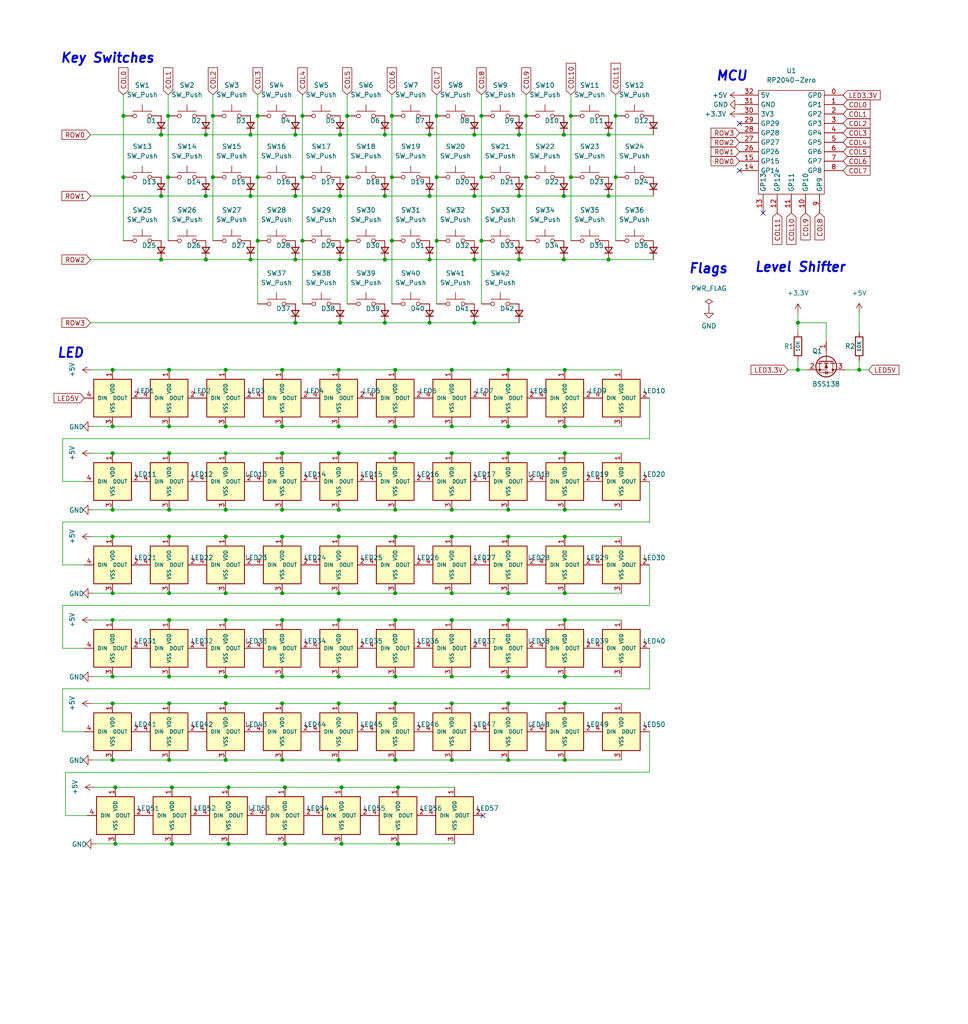
<source format=kicad_sch>
(kicad_sch (version 20230121) (generator eeschema)
  (paper "User" 260.985 275.996)
  (junction (at 106.553 204.851))
  (junction (at 43.434 52.832))
  (junction (at 67.564 52.832))
  (junction (at 121.793 159.893))
  (junction (at 91.313 144.653))
  (junction (at 115.824 86.995))
  (junction (at 91.313 204.851))
  (junction (at 115.824 69.977))
  (junction (at 69.469 64.897))
  (junction (at 107.315 212.217))
  (junction (at 121.793 167.132))
  (junction (at 137.033 137.414))
  (junction (at 91.694 86.995))
  (junction (at 103.759 52.832))
  (junction (at 137.033 122.174))
  (junction (at 76.073 144.653))
  (junction (at 60.833 122.174))
  (junction (at 60.833 204.851))
  (junction (at 137.033 167.132))
  (junction (at 91.313 167.132))
  (junction (at 152.273 189.611))
  (junction (at 141.859 47.752))
  (junction (at 76.073 159.893))
  (junction (at 127.889 36.322))
  (junction (at 106.553 189.611))
  (junction (at 79.629 36.322))
  (junction (at 30.353 144.653))
  (junction (at 30.353 122.174))
  (junction (at 121.793 182.372))
  (junction (at 91.313 114.935))
  (junction (at 45.593 114.935))
  (junction (at 33.274 31.242))
  (junction (at 91.313 182.372))
  (junction (at 164.084 52.832))
  (junction (at 45.593 167.132))
  (junction (at 60.833 182.372))
  (junction (at 93.599 47.752))
  (junction (at 45.593 99.695))
  (junction (at 152.019 52.832))
  (junction (at 129.794 64.897))
  (junction (at 60.833 167.132))
  (junction (at 76.073 137.414))
  (junction (at 43.434 36.322))
  (junction (at 152.273 99.695))
  (junction (at 121.793 137.414))
  (junction (at 30.353 204.851))
  (junction (at 152.273 114.935))
  (junction (at 45.593 122.174))
  (junction (at 121.793 114.935))
  (junction (at 57.404 31.242))
  (junction (at 153.924 47.752))
  (junction (at 76.073 189.611))
  (junction (at 81.534 64.897))
  (junction (at 127.889 69.977))
  (junction (at 91.694 52.832))
  (junction (at 152.019 69.977))
  (junction (at 61.595 212.217))
  (junction (at 121.793 144.653))
  (junction (at 152.273 122.174))
  (junction (at 106.553 167.132))
  (junction (at 215.138 86.995))
  (junction (at 139.954 52.832))
  (junction (at 91.313 189.611))
  (junction (at 92.075 227.457))
  (junction (at 46.355 212.217))
  (junction (at 215.138 99.695))
  (junction (at 79.629 69.977))
  (junction (at 91.694 69.977))
  (junction (at 55.499 69.977))
  (junction (at 152.273 182.372))
  (junction (at 69.469 31.242))
  (junction (at 137.033 182.372))
  (junction (at 76.073 114.935))
  (junction (at 91.313 122.174))
  (junction (at 60.833 99.695))
  (junction (at 152.273 204.851))
  (junction (at 76.073 99.695))
  (junction (at 127.889 52.832))
  (junction (at 115.824 52.832))
  (junction (at 137.033 114.935))
  (junction (at 137.033 99.695))
  (junction (at 106.553 144.653))
  (junction (at 106.553 122.174))
  (junction (at 76.073 182.372))
  (junction (at 30.353 167.132))
  (junction (at 164.084 36.322))
  (junction (at 103.759 36.322))
  (junction (at 117.729 31.242))
  (junction (at 106.553 159.893))
  (junction (at 79.629 86.995))
  (junction (at 105.664 31.242))
  (junction (at 93.599 31.242))
  (junction (at 60.833 159.893))
  (junction (at 92.075 212.217))
  (junction (at 30.353 159.893))
  (junction (at 165.989 31.242))
  (junction (at 105.664 64.897))
  (junction (at 31.115 212.217))
  (junction (at 152.019 36.322))
  (junction (at 76.073 122.174))
  (junction (at 45.593 144.653))
  (junction (at 45.339 31.242))
  (junction (at 93.599 64.897))
  (junction (at 60.833 144.653))
  (junction (at 105.664 47.752))
  (junction (at 91.313 159.893))
  (junction (at 45.593 189.611))
  (junction (at 45.593 204.851))
  (junction (at 46.355 227.457))
  (junction (at 153.924 31.242))
  (junction (at 103.759 86.995))
  (junction (at 60.833 137.414))
  (junction (at 121.793 204.851))
  (junction (at 33.274 47.752))
  (junction (at 164.084 69.977))
  (junction (at 45.593 159.893))
  (junction (at 30.353 137.414))
  (junction (at 137.033 189.611))
  (junction (at 106.553 137.414))
  (junction (at 30.353 182.372))
  (junction (at 57.404 47.752))
  (junction (at 137.033 159.893))
  (junction (at 43.434 69.977))
  (junction (at 55.499 52.832))
  (junction (at 31.115 227.457))
  (junction (at 141.859 31.242))
  (junction (at 115.824 36.322))
  (junction (at 106.553 99.695))
  (junction (at 152.273 137.414))
  (junction (at 60.833 189.611))
  (junction (at 91.313 99.695))
  (junction (at 137.033 204.851))
  (junction (at 76.073 204.851))
  (junction (at 103.759 69.977))
  (junction (at 30.353 99.695))
  (junction (at 152.273 144.653))
  (junction (at 152.273 167.132))
  (junction (at 139.954 36.322))
  (junction (at 91.694 36.322))
  (junction (at 67.564 69.977))
  (junction (at 152.273 159.893))
  (junction (at 106.553 114.935))
  (junction (at 55.499 36.322))
  (junction (at 139.954 69.977))
  (junction (at 137.033 144.653))
  (junction (at 79.629 52.832))
  (junction (at 121.793 189.611))
  (junction (at 91.313 137.414))
  (junction (at 69.469 47.752))
  (junction (at 45.593 137.414))
  (junction (at 76.835 227.457))
  (junction (at 61.595 227.457))
  (junction (at 127.889 86.995))
  (junction (at 45.339 47.752))
  (junction (at 106.553 182.372))
  (junction (at 60.833 114.935))
  (junction (at 30.353 189.611))
  (junction (at 76.073 167.132))
  (junction (at 121.793 122.174))
  (junction (at 121.793 99.695))
  (junction (at 165.989 47.752))
  (junction (at 107.315 227.457))
  (junction (at 81.534 31.242))
  (junction (at 76.835 212.217))
  (junction (at 45.593 182.372))
  (junction (at 117.729 64.897))
  (junction (at 81.534 47.752))
  (junction (at 30.353 114.935))
  (junction (at 129.794 31.242))
  (junction (at 67.564 36.322))
  (junction (at 117.729 47.752))
  (junction (at 129.794 47.752))
  (junction (at 231.648 99.695))
  (no_connect (at 199.39 45.974))
  (no_connect (at 130.175 219.837))
  (no_connect (at 199.39 33.274))
  (no_connect (at 205.74 57.404))
  (wire (pts (xy 60.833 189.611) (xy 76.073 189.611)))
  (wire (pts (xy 69.469 64.897) (xy 69.469 81.915)))
  (wire (pts (xy 129.794 47.752) (xy 129.794 64.897)))
  (wire (pts (xy 152.273 99.695) (xy 167.513 99.695)))
  (wire (pts (xy 141.859 31.242) (xy 141.859 47.752)))
  (wire (pts (xy 43.434 36.322) (xy 55.499 36.322)))
  (wire (pts (xy 30.353 122.174) (xy 45.593 122.174)))
  (wire (pts (xy 121.793 189.611) (xy 137.033 189.611)))
  (wire (pts (xy 30.353 159.893) (xy 45.593 159.893)))
  (wire (pts (xy 61.595 227.457) (xy 76.835 227.457)))
  (wire (pts (xy 152.273 167.132) (xy 167.513 167.132)))
  (wire (pts (xy 91.694 86.995) (xy 79.629 86.995)))
  (wire (pts (xy 215.138 97.155) (xy 215.138 99.695)))
  (wire (pts (xy 91.313 144.653) (xy 106.553 144.653)))
  (wire (pts (xy 105.664 47.752) (xy 105.664 64.897)))
  (wire (pts (xy 55.499 52.832) (xy 67.564 52.832)))
  (wire (pts (xy 152.273 159.893) (xy 167.513 159.893)))
  (wire (pts (xy 152.273 137.414) (xy 167.513 137.414)))
  (wire (pts (xy 106.553 159.893) (xy 121.793 159.893)))
  (wire (pts (xy 129.794 64.897) (xy 129.794 81.915)))
  (wire (pts (xy 93.599 25.527) (xy 93.599 31.242)))
  (wire (pts (xy 76.835 227.457) (xy 92.075 227.457)))
  (wire (pts (xy 103.759 86.995) (xy 115.824 86.995)))
  (wire (pts (xy 57.404 25.527) (xy 57.404 31.242)))
  (wire (pts (xy 175.133 152.273) (xy 175.133 163.195)))
  (wire (pts (xy 139.954 52.832) (xy 152.019 52.832)))
  (wire (pts (xy 16.891 152.273) (xy 22.733 152.273)))
  (wire (pts (xy 30.353 137.414) (xy 45.593 137.414)))
  (wire (pts (xy 25.019 159.893) (xy 30.353 159.893)))
  (wire (pts (xy 45.593 122.174) (xy 60.833 122.174)))
  (wire (pts (xy 91.313 122.174) (xy 106.553 122.174)))
  (wire (pts (xy 25.527 212.217) (xy 31.115 212.217)))
  (wire (pts (xy 106.553 137.414) (xy 121.793 137.414)))
  (wire (pts (xy 24.384 52.832) (xy 43.434 52.832)))
  (wire (pts (xy 165.989 47.752) (xy 165.989 64.897)))
  (wire (pts (xy 231.648 99.695) (xy 234.188 99.695)))
  (wire (pts (xy 67.564 36.322) (xy 79.629 36.322)))
  (wire (pts (xy 121.793 182.372) (xy 137.033 182.372)))
  (wire (pts (xy 106.553 122.174) (xy 121.793 122.174)))
  (wire (pts (xy 55.499 36.322) (xy 67.564 36.322)))
  (wire (pts (xy 76.835 212.217) (xy 92.075 212.217)))
  (wire (pts (xy 16.891 174.752) (xy 22.733 174.752)))
  (wire (pts (xy 127.889 86.995) (xy 139.954 86.995)))
  (wire (pts (xy 106.553 204.851) (xy 121.793 204.851)))
  (wire (pts (xy 106.553 144.653) (xy 121.793 144.653)))
  (wire (pts (xy 91.694 86.995) (xy 103.759 86.995)))
  (wire (pts (xy 117.729 47.752) (xy 117.729 64.897)))
  (wire (pts (xy 33.274 47.752) (xy 33.274 64.897)))
  (wire (pts (xy 115.824 36.322) (xy 127.889 36.322)))
  (wire (pts (xy 121.793 144.653) (xy 137.033 144.653)))
  (wire (pts (xy 115.824 86.995) (xy 127.889 86.995)))
  (wire (pts (xy 45.593 204.851) (xy 60.833 204.851)))
  (wire (pts (xy 24.765 189.611) (xy 30.353 189.611)))
  (wire (pts (xy 25.019 182.372) (xy 30.353 182.372)))
  (wire (pts (xy 45.593 144.653) (xy 60.833 144.653)))
  (wire (pts (xy 175.133 140.716) (xy 16.891 140.716)))
  (wire (pts (xy 30.353 144.653) (xy 45.593 144.653)))
  (wire (pts (xy 175.133 174.752) (xy 175.133 185.674)))
  (wire (pts (xy 79.629 52.832) (xy 91.694 52.832)))
  (wire (pts (xy 30.353 182.372) (xy 45.593 182.372)))
  (wire (pts (xy 76.073 167.132) (xy 91.313 167.132)))
  (wire (pts (xy 92.075 212.217) (xy 107.315 212.217)))
  (wire (pts (xy 103.759 36.322) (xy 115.824 36.322)))
  (wire (pts (xy 69.469 47.752) (xy 69.469 64.897)))
  (wire (pts (xy 215.138 99.695) (xy 217.678 99.695)))
  (wire (pts (xy 81.534 31.242) (xy 81.534 47.752)))
  (wire (pts (xy 175.133 208.153) (xy 17.653 208.28)))
  (wire (pts (xy 46.355 227.457) (xy 61.595 227.457)))
  (wire (pts (xy 16.891 197.231) (xy 22.733 197.231)))
  (wire (pts (xy 175.133 118.237) (xy 16.891 118.237)))
  (wire (pts (xy 16.891 118.237) (xy 16.891 129.794)))
  (wire (pts (xy 76.073 182.372) (xy 91.313 182.372)))
  (wire (pts (xy 45.593 137.414) (xy 60.833 137.414)))
  (wire (pts (xy 127.889 52.832) (xy 139.954 52.832)))
  (wire (pts (xy 91.694 69.977) (xy 103.759 69.977)))
  (wire (pts (xy 16.891 174.752) (xy 16.891 163.195)))
  (wire (pts (xy 93.599 64.897) (xy 93.599 81.915)))
  (wire (pts (xy 17.653 219.837) (xy 23.495 219.837)))
  (wire (pts (xy 45.593 189.611) (xy 60.833 189.611)))
  (wire (pts (xy 76.073 99.695) (xy 91.313 99.695)))
  (wire (pts (xy 91.694 52.832) (xy 103.759 52.832)))
  (wire (pts (xy 115.824 52.832) (xy 127.889 52.832)))
  (wire (pts (xy 16.891 152.273) (xy 16.891 140.716)))
  (wire (pts (xy 91.313 189.611) (xy 106.553 189.611)))
  (wire (pts (xy 30.353 167.132) (xy 45.593 167.132)))
  (wire (pts (xy 231.648 97.155) (xy 231.648 99.695)))
  (wire (pts (xy 31.115 212.217) (xy 46.355 212.217)))
  (wire (pts (xy 121.793 159.893) (xy 137.033 159.893)))
  (wire (pts (xy 127.889 69.977) (xy 139.954 69.977)))
  (wire (pts (xy 67.564 69.977) (xy 79.629 69.977)))
  (wire (pts (xy 175.133 163.195) (xy 16.891 163.195)))
  (wire (pts (xy 139.954 36.322) (xy 152.019 36.322)))
  (wire (pts (xy 60.833 137.414) (xy 76.073 137.414)))
  (wire (pts (xy 141.859 25.527) (xy 141.859 31.242)))
  (wire (pts (xy 76.073 114.935) (xy 91.313 114.935)))
  (wire (pts (xy 76.073 204.851) (xy 91.313 204.851)))
  (wire (pts (xy 152.019 69.977) (xy 164.084 69.977)))
  (wire (pts (xy 153.924 25.527) (xy 153.924 31.242)))
  (wire (pts (xy 76.073 144.653) (xy 91.313 144.653)))
  (wire (pts (xy 60.833 99.695) (xy 76.073 99.695)))
  (wire (pts (xy 60.833 114.935) (xy 76.073 114.935)))
  (wire (pts (xy 60.833 122.174) (xy 76.073 122.174)))
  (wire (pts (xy 175.133 107.315) (xy 175.133 118.237)))
  (wire (pts (xy 92.075 227.457) (xy 107.315 227.457)))
  (wire (pts (xy 31.115 227.457) (xy 46.355 227.457)))
  (wire (pts (xy 121.793 167.132) (xy 137.033 167.132)))
  (wire (pts (xy 33.274 25.527) (xy 33.274 31.242)))
  (wire (pts (xy 137.033 99.695) (xy 152.273 99.695)))
  (wire (pts (xy 43.434 69.977) (xy 55.499 69.977)))
  (wire (pts (xy 91.694 36.322) (xy 103.759 36.322)))
  (wire (pts (xy 45.593 159.893) (xy 60.833 159.893)))
  (wire (pts (xy 175.133 185.674) (xy 16.891 185.674)))
  (wire (pts (xy 43.434 52.832) (xy 55.499 52.832)))
  (wire (pts (xy 60.833 204.851) (xy 76.073 204.851)))
  (wire (pts (xy 93.599 47.752) (xy 93.599 64.897)))
  (wire (pts (xy 33.274 31.242) (xy 33.274 47.752)))
  (wire (pts (xy 61.595 212.217) (xy 76.835 212.217)))
  (wire (pts (xy 107.315 212.217) (xy 122.555 212.217)))
  (wire (pts (xy 141.859 47.752) (xy 141.859 64.897)))
  (wire (pts (xy 91.313 137.414) (xy 106.553 137.414)))
  (wire (pts (xy 121.793 122.174) (xy 137.033 122.174)))
  (wire (pts (xy 175.133 129.794) (xy 175.133 140.716)))
  (wire (pts (xy 152.273 189.611) (xy 167.513 189.611)))
  (wire (pts (xy 121.793 114.935) (xy 137.033 114.935)))
  (wire (pts (xy 129.794 31.242) (xy 129.794 47.752)))
  (wire (pts (xy 137.033 114.935) (xy 152.273 114.935)))
  (wire (pts (xy 152.273 114.935) (xy 167.513 114.935)))
  (wire (pts (xy 127.889 36.322) (xy 139.954 36.322)))
  (wire (pts (xy 137.033 137.414) (xy 152.273 137.414)))
  (wire (pts (xy 60.833 144.653) (xy 76.073 144.653)))
  (wire (pts (xy 139.954 69.977) (xy 152.019 69.977)))
  (wire (pts (xy 67.564 52.832) (xy 79.629 52.832)))
  (wire (pts (xy 137.033 189.611) (xy 152.273 189.611)))
  (wire (pts (xy 30.353 189.611) (xy 45.593 189.611)))
  (wire (pts (xy 45.593 182.372) (xy 60.833 182.372)))
  (wire (pts (xy 105.664 64.897) (xy 105.664 81.915)))
  (wire (pts (xy 16.891 197.231) (xy 16.891 185.674)))
  (wire (pts (xy 175.133 197.231) (xy 175.133 208.153)))
  (wire (pts (xy 137.033 204.851) (xy 152.273 204.851)))
  (wire (pts (xy 60.833 167.132) (xy 76.073 167.132)))
  (wire (pts (xy 106.553 99.695) (xy 121.793 99.695)))
  (wire (pts (xy 45.593 114.935) (xy 60.833 114.935)))
  (wire (pts (xy 69.469 25.527) (xy 69.469 31.242)))
  (wire (pts (xy 79.629 69.977) (xy 91.694 69.977)))
  (wire (pts (xy 215.138 84.455) (xy 215.138 86.995)))
  (wire (pts (xy 222.758 86.995) (xy 222.758 92.075)))
  (wire (pts (xy 152.273 204.851) (xy 167.513 204.851)))
  (wire (pts (xy 91.313 204.851) (xy 106.553 204.851)))
  (wire (pts (xy 24.384 69.977) (xy 43.434 69.977)))
  (wire (pts (xy 24.384 36.322) (xy 43.434 36.322)))
  (wire (pts (xy 76.073 159.893) (xy 91.313 159.893)))
  (wire (pts (xy 106.553 182.372) (xy 121.793 182.372)))
  (wire (pts (xy 153.924 47.752) (xy 153.924 64.897)))
  (wire (pts (xy 45.339 25.527) (xy 45.339 31.242)))
  (wire (pts (xy 45.339 31.242) (xy 45.339 47.752)))
  (wire (pts (xy 17.653 219.837) (xy 17.653 208.28)))
  (wire (pts (xy 91.313 99.695) (xy 106.553 99.695)))
  (wire (pts (xy 212.471 99.695) (xy 215.138 99.695)))
  (wire (pts (xy 25.781 227.457) (xy 31.115 227.457)))
  (wire (pts (xy 69.469 31.242) (xy 69.469 47.752)))
  (wire (pts (xy 137.033 167.132) (xy 152.273 167.132)))
  (wire (pts (xy 45.339 47.752) (xy 45.339 64.897)))
  (wire (pts (xy 215.138 89.535) (xy 215.138 86.995)))
  (wire (pts (xy 117.729 31.242) (xy 117.729 47.752)))
  (wire (pts (xy 45.593 167.132) (xy 60.833 167.132)))
  (wire (pts (xy 79.629 86.995) (xy 24.384 86.995)))
  (wire (pts (xy 152.019 36.322) (xy 164.084 36.322)))
  (wire (pts (xy 25.019 114.935) (xy 30.353 114.935)))
  (wire (pts (xy 46.355 212.217) (xy 61.595 212.217)))
  (wire (pts (xy 81.534 25.527) (xy 81.534 31.242)))
  (wire (pts (xy 103.759 52.832) (xy 115.824 52.832)))
  (wire (pts (xy 164.084 69.977) (xy 176.149 69.977)))
  (wire (pts (xy 152.273 144.653) (xy 167.513 144.653)))
  (wire (pts (xy 106.553 167.132) (xy 121.793 167.132)))
  (wire (pts (xy 129.794 25.527) (xy 129.794 31.242)))
  (wire (pts (xy 76.073 122.174) (xy 91.313 122.174)))
  (wire (pts (xy 107.315 227.457) (xy 122.555 227.457)))
  (wire (pts (xy 121.793 137.414) (xy 137.033 137.414)))
  (wire (pts (xy 165.989 25.527) (xy 165.989 31.242)))
  (wire (pts (xy 24.765 167.132) (xy 30.353 167.132)))
  (wire (pts (xy 60.833 159.893) (xy 76.073 159.893)))
  (wire (pts (xy 81.534 47.752) (xy 81.534 64.897)))
  (wire (pts (xy 57.404 47.752) (xy 57.404 64.897)))
  (wire (pts (xy 164.084 36.322) (xy 176.149 36.322)))
  (wire (pts (xy 91.313 167.132) (xy 106.553 167.132)))
  (wire (pts (xy 24.765 122.174) (xy 30.353 122.174)))
  (wire (pts (xy 152.273 182.372) (xy 167.513 182.372)))
  (wire (pts (xy 152.273 122.174) (xy 167.513 122.174)))
  (wire (pts (xy 121.793 204.851) (xy 137.033 204.851)))
  (wire (pts (xy 231.648 84.328) (xy 231.648 89.535)))
  (wire (pts (xy 25.019 137.414) (xy 30.353 137.414)))
  (wire (pts (xy 76.073 137.414) (xy 91.313 137.414)))
  (wire (pts (xy 93.599 31.242) (xy 93.599 47.752)))
  (wire (pts (xy 79.629 36.322) (xy 91.694 36.322)))
  (wire (pts (xy 121.793 99.695) (xy 137.033 99.695)))
  (wire (pts (xy 55.499 69.977) (xy 67.564 69.977)))
  (wire (pts (xy 24.765 99.695) (xy 30.353 99.695)))
  (wire (pts (xy 165.989 31.242) (xy 165.989 47.752)))
  (wire (pts (xy 30.353 204.851) (xy 45.593 204.851)))
  (wire (pts (xy 106.553 114.935) (xy 121.793 114.935)))
  (wire (pts (xy 91.313 114.935) (xy 106.553 114.935)))
  (wire (pts (xy 164.084 52.832) (xy 176.149 52.832)))
  (wire (pts (xy 106.553 189.611) (xy 121.793 189.611)))
  (wire (pts (xy 227.838 99.695) (xy 231.648 99.695)))
  (wire (pts (xy 57.404 31.242) (xy 57.404 47.752)))
  (wire (pts (xy 117.729 25.527) (xy 117.729 31.242)))
  (wire (pts (xy 24.765 144.653) (xy 30.353 144.653)))
  (wire (pts (xy 137.033 144.653) (xy 152.273 144.653)))
  (wire (pts (xy 117.729 64.897) (xy 117.729 81.915)))
  (wire (pts (xy 60.833 182.372) (xy 76.073 182.372)))
  (wire (pts (xy 137.033 122.174) (xy 152.273 122.174)))
  (wire (pts (xy 115.824 69.977) (xy 127.889 69.977)))
  (wire (pts (xy 30.353 99.695) (xy 45.593 99.695)))
  (wire (pts (xy 105.664 31.242) (xy 105.664 47.752)))
  (wire (pts (xy 30.353 114.935) (xy 45.593 114.935)))
  (wire (pts (xy 137.033 182.372) (xy 152.273 182.372)))
  (wire (pts (xy 91.313 159.893) (xy 106.553 159.893)))
  (wire (pts (xy 76.073 189.611) (xy 91.313 189.611)))
  (wire (pts (xy 215.138 86.995) (xy 222.758 86.995)))
  (wire (pts (xy 105.664 25.527) (xy 105.664 31.242)))
  (wire (pts (xy 137.033 159.893) (xy 152.273 159.893)))
  (wire (pts (xy 45.593 99.695) (xy 60.833 99.695)))
  (wire (pts (xy 153.924 31.242) (xy 153.924 47.752)))
  (wire (pts (xy 16.891 129.794) (xy 22.733 129.794)))
  (wire (pts (xy 91.313 182.372) (xy 106.553 182.372)))
  (wire (pts (xy 152.019 52.832) (xy 164.084 52.832)))
  (wire (pts (xy 25.019 204.851) (xy 30.353 204.851)))
  (wire (pts (xy 81.534 64.897) (xy 81.534 81.915)))
  (wire (pts (xy 103.759 69.977) (xy 115.824 69.977)))
  (text "Flags" (at 185.547 74.041 0) (effects (font (size 2.54 2.54) (thickness 0.508) bold italic) (justify left bottom)))
  (text "LED" (at 15.24 96.774 0) (effects (font (size 2.54 2.54) (thickness 0.508) bold italic) (justify left bottom)))
  (text "Level Shifter" (at 203.327 73.66 0) (effects (font (size 2.54 2.54) (thickness 0.508) bold italic) (justify left bottom)))
  (text "MCU" (at 192.913 22.098 0) (effects (font (size 2.54 2.54) (thickness 0.508) bold italic) (justify left bottom)))
  (text "Key Switches" (at 16.129 17.272 0) (effects (font (size 2.54 2.54) (thickness 0.508) bold italic) (justify left bottom)))
  (global_label "COL3" (shape input) (at 69.469 25.527 90) (property "Intersheetrefs" "${INTERSHEET_REFS}" (effects hide)))
  (global_label "LED5V" (shape input) (at 234.188 99.695 0) (property "Intersheetrefs" "${INTERSHEET_REFS}" (effects hide)) (property "シート間のリファレンス" "${INTERSHEET_REFS}" (effects hide)))
  (global_label "COL2" (shape input) (at 227.33 33.274 0) (property "Intersheetrefs" "${INTERSHEET_REFS}" (effects hide)))
  (global_label "COL1" (shape input) (at 227.33 30.734 0) (property "Intersheetrefs" "${INTERSHEET_REFS}" (effects hide)))
  (global_label "ROW1" (shape input) (at 199.39 40.894 180) (property "Intersheetrefs" "${INTERSHEET_REFS}" (effects hide)))
  (global_label "LED3.3V" (shape input) (at 227.33 25.654 0) (property "Intersheetrefs" "${INTERSHEET_REFS}" (effects hide)) (property "シート間のリファレンス" "${INTERSHEET_REFS}" (effects hide)))
  (global_label "COL6" (shape input) (at 227.33 43.434 0) (property "Intersheetrefs" "${INTERSHEET_REFS}" (effects hide)))
  (global_label "COL10" (shape input) (at 153.924 25.527 90) (property "Intersheetrefs" "${INTERSHEET_REFS}" (effects hide)))
  (global_label "COL3" (shape input) (at 227.33 35.814 0) (property "Intersheetrefs" "${INTERSHEET_REFS}" (effects hide)))
  (global_label "ROW1" (shape input) (at 24.384 52.832 180) (property "Intersheetrefs" "${INTERSHEET_REFS}" (effects hide)))
  (global_label "COL4" (shape input) (at 227.33 38.354 0) (property "Intersheetrefs" "${INTERSHEET_REFS}" (effects hide)))
  (global_label "COL4" (shape input) (at 81.534 25.527 90) (property "Intersheetrefs" "${INTERSHEET_REFS}" (effects hide)))
  (global_label "COL5" (shape input) (at 93.599 25.527 90) (property "Intersheetrefs" "${INTERSHEET_REFS}" (effects hide)))
  (global_label "COL5" (shape input) (at 227.33 40.894 0) (property "Intersheetrefs" "${INTERSHEET_REFS}" (effects hide)))
  (global_label "COL2" (shape input) (at 57.404 25.527 90) (property "Intersheetrefs" "${INTERSHEET_REFS}" (effects hide)))
  (global_label "ROW2" (shape input) (at 199.39 38.354 180) (property "Intersheetrefs" "${INTERSHEET_REFS}" (effects hide)))
  (global_label "COL8" (shape input) (at 220.98 57.404 270) (property "Intersheetrefs" "${INTERSHEET_REFS}" (effects hide)))
  (global_label "ROW3" (shape input) (at 199.39 35.814 180) (property "Intersheetrefs" "${INTERSHEET_REFS}" (effects hide)))
  (global_label "COL0" (shape input) (at 33.274 25.527 90) (property "Intersheetrefs" "${INTERSHEET_REFS}" (effects hide)))
  (global_label "ROW0" (shape input) (at 199.39 43.434 180) (property "Intersheetrefs" "${INTERSHEET_REFS}" (effects hide)))
  (global_label "COL11" (shape input) (at 165.989 25.527 90) (property "Intersheetrefs" "${INTERSHEET_REFS}" (effects hide)))
  (global_label "COL8" (shape input) (at 129.794 25.527 90) (property "Intersheetrefs" "${INTERSHEET_REFS}" (effects hide)))
  (global_label "COL10" (shape input) (at 213.36 57.404 270) (property "Intersheetrefs" "${INTERSHEET_REFS}" (effects hide)))
  (global_label "COL0" (shape input) (at 227.33 28.194 0) (property "Intersheetrefs" "${INTERSHEET_REFS}" (effects hide)))
  (global_label "ROW0" (shape input) (at 24.384 36.322 180) (property "Intersheetrefs" "${INTERSHEET_REFS}" (effects hide)))
  (global_label "LED3.3V" (shape input) (at 212.471 99.695 180) (property "Intersheetrefs" "${INTERSHEET_REFS}" (effects hide)) (property "シート間のリファレンス" "${INTERSHEET_REFS}" (effects hide)))
  (global_label "COL6" (shape input) (at 105.664 25.527 90) (property "Intersheetrefs" "${INTERSHEET_REFS}" (effects hide)))
  (global_label "COL11" (shape input) (at 209.55 57.404 270) (property "Intersheetrefs" "${INTERSHEET_REFS}" (effects hide)))
  (global_label "COL9" (shape input) (at 141.859 25.527 90) (property "Intersheetrefs" "${INTERSHEET_REFS}" (effects hide)))
  (global_label "ROW2" (shape input) (at 24.384 69.977 180) (property "Intersheetrefs" "${INTERSHEET_REFS}" (effects hide)))
  (global_label "COL7" (shape input) (at 227.33 45.974 0) (property "Intersheetrefs" "${INTERSHEET_REFS}" (effects hide)))
  (global_label "LED5V" (shape input) (at 22.733 107.315 180) (property "Intersheetrefs" "${INTERSHEET_REFS}" (effects hide)) (property "シート間のリファレンス" "${INTERSHEET_REFS}" (effects hide)))
  (global_label "COL7" (shape input) (at 117.729 25.527 90) (property "Intersheetrefs" "${INTERSHEET_REFS}" (effects hide)))
  (global_label "COL9" (shape input) (at 217.17 57.404 270) (property "Intersheetrefs" "${INTERSHEET_REFS}" (effects hide)))
  (global_label "ROW3" (shape input) (at 24.384 86.995 180) (property "Intersheetrefs" "${INTERSHEET_REFS}" (effects hide)))
  (global_label "COL1" (shape input) (at 45.339 25.527 90) (property "Intersheetrefs" "${INTERSHEET_REFS}" (effects hide)))
  (symbol (lib_id "Noreneko:SK6812MINI-E") (at 45.593 129.794 0) (unit 1)
    (property "Reference" "LED12" (at 54.483 127.8496 0))
    (property "Value" "SK6812MINI-E" (effects hide))
    (property "Footprint" "Noraneko:SK6812MINI-E" (effects hide))
  )
  (symbol (lib_id "Switch:SW_Push") (at 74.549 64.897 0) (unit 1)
    (property "Reference" "SW28" (at 74.549 56.642 0))
    (property "Value" "SW_Push" (at 74.549 59.182 0))
    (property "Footprint" "Noraneko:MX_Socket" (effects hide))
  )
  (symbol (lib_id "Switch:SW_Push") (at 50.419 47.752 0) (unit 1)
    (property "Reference" "SW14" (at 50.419 39.497 0))
    (property "Value" "SW_Push" (at 50.419 42.037 0))
    (property "Footprint" "Noraneko:MX_Socket" (effects hide))
  )
  (symbol (lib_id "Noreneko:SK6812MINI-E") (at 45.593 107.315 0) (unit 1)
    (property "Reference" "LED2" (at 54.483 105.3706 0))
    (property "Value" "SK6812MINI-E" (effects hide))
    (property "Footprint" "Noraneko:SK6812MINI-E" (effects hide))
  )
  (symbol (lib_id "Switch:SW_Push") (at 122.809 64.897 0) (unit 1)
    (property "Reference" "SW32" (at 122.809 56.642 0))
    (property "Value" "SW_Push" (at 122.809 59.182 0))
    (property "Footprint" "Noraneko:MX_Socket" (effects hide))
  )
  (symbol (lib_id "power:+5V") (at 25.527 212.217 90) (unit 1)
    (property "Reference" "#PWR017" (effects hide))
    (property "Value" "+5V" (at 20.193 212.217 0))
  )
  (symbol (lib_id "Noreneko:SK6812MINI-E") (at 106.553 174.752 0) (unit 1)
    (property "Reference" "LED36" (at 115.443 172.8076 0))
    (property "Value" "SK6812MINI-E" (effects hide))
    (property "Footprint" "Noraneko:SK6812MINI-E" (effects hide))
  )
  (symbol (lib_id "Noreneko:SK6812MINI-E") (at 76.073 107.315 0) (unit 1)
    (property "Reference" "LED4" (at 84.963 105.3706 0))
    (property "Value" "SK6812MINI-E" (effects hide))
    (property "Footprint" "Noraneko:SK6812MINI-E" (effects hide))
  )
  (symbol (lib_id "Noreneko:SK6812MINI-E") (at 121.793 129.794 0) (unit 1)
    (property "Reference" "LED17" (at 130.683 127.8496 0))
    (property "Value" "SK6812MINI-E" (effects hide))
    (property "Footprint" "Noraneko:SK6812MINI-E" (effects hide))
  )
  (symbol (lib_id "Noreneko:SK6812MINI-E") (at 91.313 174.752 0) (unit 1)
    (property "Reference" "LED35" (at 100.203 172.8076 0))
    (property "Value" "SK6812MINI-E" (effects hide))
    (property "Footprint" "Noraneko:SK6812MINI-E" (effects hide))
  )
  (symbol (lib_id "Noreneko:SK6812MINI-E") (at 167.513 174.752 0) (unit 1)
    (property "Reference" "LED40" (at 176.403 172.8076 0))
    (property "Value" "SK6812MINI-E" (effects hide))
    (property "Footprint" "Noraneko:SK6812MINI-E" (effects hide))
  )
  (symbol (lib_id "Switch:SW_Push") (at 171.069 31.242 0) (unit 1)
    (property "Reference" "SW12" (at 171.069 22.987 0))
    (property "Value" "SW_Push" (at 171.069 25.527 0))
    (property "Footprint" "Noraneko:MX_Socket" (effects hide))
  )
  (symbol (lib_id "power:GND") (at 25.019 114.935 270) (unit 1)
    (property "Reference" "#PWR08" (effects hide))
    (property "Value" "GND" (at 20.6248 115.062 90))
  )
  (symbol (lib_id "Switch:SW_Push") (at 50.419 64.897 0) (unit 1)
    (property "Reference" "SW26" (at 50.419 56.642 0))
    (property "Value" "SW_Push" (at 50.419 59.182 0))
    (property "Footprint" "Noraneko:MX_Socket" (effects hide))
  )
  (symbol (lib_id "Noreneko:SK6812MINI-E") (at 91.313 152.273 0) (unit 1)
    (property "Reference" "LED25" (at 100.203 150.3286 0))
    (property "Value" "SK6812MINI-E" (effects hide))
    (property "Footprint" "Noraneko:SK6812MINI-E" (effects hide))
  )
  (symbol (lib_id "Switch:SW_Push") (at 134.874 81.915 0) (unit 1)
    (property "Reference" "SW42" (at 134.874 73.66 0))
    (property "Value" "SW_Push" (at 134.874 76.2 0))
    (property "Footprint" "Noraneko:MX_Socket_1.25U" (effects hide))
  )
  (symbol (lib_id "Switch:SW_Push") (at 38.354 47.752 0) (unit 1)
    (property "Reference" "SW13" (at 38.354 39.497 0))
    (property "Value" "SW_Push" (at 38.354 42.037 0))
    (property "Footprint" "Noraneko:MX_Socket" (effects hide))
  )
  (symbol (lib_id "Noreneko:SK6812MINI-E") (at 76.073 174.752 0) (unit 1)
    (property "Reference" "LED34" (at 84.963 172.8076 0))
    (property "Value" "SK6812MINI-E" (effects hide))
    (property "Footprint" "Noraneko:SK6812MINI-E" (effects hide))
  )
  (symbol (lib_id "Device:D_Small") (at 176.149 33.782 90) (unit 1)
    (property "Reference" "D12" (at 174.879 32.512 90) (effects (justify left)))
    (property "Value" "D" (effects hide))
    (property "Footprint" "Noraneko:1N4148W" (effects hide))
    (property "LCSC" "C81598" (effects hide))
    (property "Sim.Device" "D" (effects hide))
    (property "Sim.Pins" "1=K 2=A" (effects hide))
  )
  (symbol (lib_id "Noreneko:SK6812MINI-E") (at 107.315 219.837 0) (unit 1)
    (property "Reference" "LED56" (at 116.205 217.8926 0))
    (property "Value" "SK6812MINI-E" (effects hide))
    (property "Footprint" "Noraneko:SK6812MINI-E" (effects hide))
  )
  (symbol (lib_id "Device:D_Small") (at 164.084 67.437 90) (unit 1)
    (property "Reference" "D35" (at 162.814 66.167 90) (effects (justify left)))
    (property "Value" "D" (effects hide))
    (property "Footprint" "Noraneko:1N4148W" (effects hide))
    (property "LCSC" "C81598" (effects hide))
    (property "Sim.Device" "D" (effects hide))
    (property "Sim.Pins" "1=K 2=A" (effects hide))
  )
  (symbol (lib_id "Noreneko:SK6812MINI-E") (at 60.833 174.752 0) (unit 1)
    (property "Reference" "LED33" (at 69.088 172.8076 0))
    (property "Value" "SK6812MINI-E" (effects hide))
    (property "Footprint" "Noraneko:SK6812MINI-E" (effects hide))
  )
  (symbol (lib_id "Device:D_Small") (at 176.149 67.437 90) (unit 1)
    (property "Reference" "D36" (at 174.879 66.167 90) (effects (justify left)))
    (property "Value" "D" (effects hide))
    (property "Footprint" "Noraneko:1N4148W" (effects hide))
    (property "LCSC" "C81598" (effects hide))
    (property "Sim.Device" "D" (effects hide))
    (property "Sim.Pins" "1=K 2=A" (effects hide))
  )
  (symbol (lib_id "Switch:SW_Push") (at 134.874 31.242 0) (unit 1)
    (property "Reference" "SW9" (at 134.874 22.987 0))
    (property "Value" "SW_Push" (at 134.874 25.527 0))
    (property "Footprint" "Noraneko:MX_Socket" (effects hide))
  )
  (symbol (lib_id "Device:D_Small") (at 152.019 33.782 90) (unit 1)
    (property "Reference" "D10" (at 150.749 32.512 90) (effects (justify left)))
    (property "Value" "D" (effects hide))
    (property "Footprint" "Noraneko:1N4148W" (effects hide))
    (property "LCSC" "C81598" (effects hide))
    (property "Sim.Device" "D" (effects hide))
    (property "Sim.Pins" "1=K 2=A" (effects hide))
  )
  (symbol (lib_id "power:GND") (at 25.019 159.893 270) (unit 1)
    (property "Reference" "#PWR012" (effects hide))
    (property "Value" "GND" (at 20.6248 160.02 90))
  )
  (symbol (lib_id "Noreneko:SK6812MINI-E") (at 91.313 107.315 0) (unit 1)
    (property "Reference" "LED5" (at 100.203 105.3706 0))
    (property "Value" "SK6812MINI-E" (effects hide))
    (property "Footprint" "Noraneko:SK6812MINI-E" (effects hide))
  )
  (symbol (lib_id "Switch:SW_Push") (at 86.614 47.752 0) (unit 1)
    (property "Reference" "SW17" (at 86.614 39.497 0))
    (property "Value" "SW_Push" (at 86.614 42.037 0))
    (property "Footprint" "Noraneko:MX_Socket" (effects hide))
  )
  (symbol (lib_id "Noreneko:SK6812MINI-E") (at 45.593 174.752 0) (unit 1)
    (property "Reference" "LED32" (at 54.483 172.8076 0))
    (property "Value" "SK6812MINI-E" (effects hide))
    (property "Footprint" "Noraneko:SK6812MINI-E" (effects hide))
  )
  (symbol (lib_id "Device:D_Small") (at 43.434 50.292 90) (unit 1)
    (property "Reference" "D13" (at 42.164 49.022 90) (effects (justify left)))
    (property "Value" "D" (effects hide))
    (property "Footprint" "Noraneko:1N4148W" (effects hide))
    (property "LCSC" "C81598" (effects hide))
    (property "Sim.Device" "D" (effects hide))
    (property "Sim.Pins" "1=K 2=A" (effects hide))
  )
  (symbol (lib_id "Noreneko:SK6812MINI-E") (at 152.273 129.794 0) (unit 1)
    (property "Reference" "LED19" (at 161.163 127.8496 0))
    (property "Value" "SK6812MINI-E" (effects hide))
    (property "Footprint" "Noraneko:SK6812MINI-E" (effects hide))
  )
  (symbol (lib_id "Switch:SW_Push") (at 171.069 64.897 0) (unit 1)
    (property "Reference" "SW36" (at 171.069 56.642 0))
    (property "Value" "SW_Push" (at 171.069 59.182 0))
    (property "Footprint" "Noraneko:MX_Socket" (effects hide))
  )
  (symbol (lib_id "Transistor_FET:BSS138") (at 222.758 97.155 270) (unit 1)
    (property "Reference" "Q1" (at 218.948 94.615 90) (effects (justify left)))
    (property "Value" "BSS138" (at 218.948 103.505 90) (effects (justify left)))
    (property "Footprint" "Package_TO_SOT_SMD:SOT-23" (effects hide))
    (property "Datasheet" "https://www.onsemi.com/pub/Collateral/BSS138-D.PDF" (effects hide))
    (property "LCSC" "C2874697" (effects hide))
  )
  (symbol (lib_id "Device:D_Small") (at 67.564 67.437 90) (unit 1)
    (property "Reference" "D27" (at 66.294 66.167 90) (effects (justify left)))
    (property "Value" "D" (effects hide))
    (property "Footprint" "Noraneko:1N4148W" (effects hide))
    (property "LCSC" "C81598" (effects hide))
    (property "Sim.Device" "D" (effects hide))
    (property "Sim.Pins" "1=K 2=A" (effects hide))
  )
  (symbol (lib_id "Noreneko:SK6812MINI-E") (at 152.273 174.752 0) (unit 1)
    (property "Reference" "LED39" (at 161.163 172.8076 0))
    (property "Value" "SK6812MINI-E" (effects hide))
    (property "Footprint" "Noraneko:SK6812MINI-E" (effects hide))
  )
  (symbol (lib_id "Noreneko:SK6812MINI-E") (at 137.033 107.315 0) (unit 1)
    (property "Reference" "LED8" (at 145.288 105.3706 0))
    (property "Value" "SK6812MINI-E" (effects hide))
    (property "Footprint" "Noraneko:SK6812MINI-E" (effects hide))
  )
  (symbol (lib_id "Switch:SW_Push") (at 86.614 64.897 0) (unit 1)
    (property "Reference" "SW29" (at 86.614 56.642 0))
    (property "Value" "SW_Push" (at 86.614 59.182 0))
    (property "Footprint" "Noraneko:MX_Socket" (effects hide))
  )
  (symbol (lib_id "Noreneko:SK6812MINI-E") (at 45.593 152.273 0) (unit 1)
    (property "Reference" "LED22" (at 54.483 150.3286 0))
    (property "Value" "SK6812MINI-E" (effects hide))
    (property "Footprint" "Noraneko:SK6812MINI-E" (effects hide))
  )
  (symbol (lib_id "Noreneko:SK6812MINI-E") (at 121.793 152.273 0) (unit 1)
    (property "Reference" "LED27" (at 130.683 150.3286 0))
    (property "Value" "SK6812MINI-E" (effects hide))
    (property "Footprint" "Noraneko:SK6812MINI-E" (effects hide))
  )
  (symbol (lib_id "Switch:SW_Push") (at 146.939 64.897 0) (unit 1)
    (property "Reference" "SW34" (at 146.939 56.642 0))
    (property "Value" "SW_Push" (at 146.939 59.182 0))
    (property "Footprint" "Noraneko:MX_Socket" (effects hide))
  )
  (symbol (lib_id "Switch:SW_Push") (at 110.744 64.897 0) (unit 1)
    (property "Reference" "SW31" (at 110.744 56.642 0))
    (property "Value" "SW_Push" (at 110.744 59.182 0))
    (property "Footprint" "Noraneko:MX_Socket" (effects hide))
  )
  (symbol (lib_id "Noreneko:SK6812MINI-E") (at 91.313 197.231 0) (unit 1)
    (property "Reference" "LED45" (at 100.203 195.2866 0))
    (property "Value" "SK6812MINI-E" (effects hide))
    (property "Footprint" "Noraneko:WS2812B_PLCC4_5.0x5.0mm" (effects hide))
  )
  (symbol (lib_id "power:GND") (at 25.019 137.414 270) (unit 1)
    (property "Reference" "#PWR010" (effects hide))
    (property "Value" "GND" (at 20.6248 137.541 90))
  )
  (symbol (lib_id "Noreneko:SK6812MINI-E") (at 76.073 152.273 0) (unit 1)
    (property "Reference" "LED24" (at 84.963 150.3286 0))
    (property "Value" "SK6812MINI-E" (effects hide))
    (property "Footprint" "Noraneko:SK6812MINI-E" (effects hide))
  )
  (symbol (lib_id "Noreneko:SK6812MINI-E") (at 76.073 197.231 0) (unit 1)
    (property "Reference" "LED44" (at 84.963 195.2866 0))
    (property "Value" "SK6812MINI-E" (effects hide))
    (property "Footprint" "Noraneko:WS2812B_PLCC4_5.0x5.0mm" (effects hide))
  )
  (symbol (lib_id "Noreneko:SK6812MINI-E") (at 106.553 107.315 0) (unit 1)
    (property "Reference" "LED6" (at 115.443 105.3706 0))
    (property "Value" "SK6812MINI-E" (effects hide))
    (property "Footprint" "Noraneko:SK6812MINI-E" (effects hide))
  )
  (symbol (lib_id "Device:D_Small") (at 91.694 84.455 90) (unit 1)
    (property "Reference" "D38" (at 90.424 83.185 90) (effects (justify left)))
    (property "Value" "D" (effects hide))
    (property "Footprint" "Noraneko:1N4148W" (effects hide))
    (property "LCSC" "C81598" (effects hide))
    (property "Sim.Device" "D" (effects hide))
    (property "Sim.Pins" "1=K 2=A" (effects hide))
  )
  (symbol (lib_id "Switch:SW_Push") (at 74.549 47.752 0) (unit 1)
    (property "Reference" "SW16" (at 74.549 39.497 0))
    (property "Value" "SW_Push" (at 74.549 42.037 0))
    (property "Footprint" "Noraneko:MX_Socket" (effects hide))
  )
  (symbol (lib_id "Noreneko:SK6812MINI-E") (at 106.553 152.273 0) (unit 1)
    (property "Reference" "LED26" (at 115.443 150.3286 0))
    (property "Value" "SK6812MINI-E" (effects hide))
    (property "Footprint" "Noraneko:SK6812MINI-E" (effects hide))
  )
  (symbol (lib_id "Device:D_Small") (at 67.564 33.782 90) (unit 1)
    (property "Reference" "D3" (at 66.294 32.512 90) (effects (justify left)))
    (property "Value" "D" (effects hide))
    (property "Footprint" "Noraneko:1N4148W" (effects hide))
    (property "LCSC" "C81598" (effects hide))
    (property "Sim.Device" "D" (effects hide))
    (property "Sim.Pins" "1=K 2=A" (effects hide))
  )
  (symbol (lib_id "power:+5V") (at 24.765 167.132 90) (unit 1)
    (property "Reference" "#PWR013" (effects hide))
    (property "Value" "+5V" (at 19.431 167.132 0))
  )
  (symbol (lib_id "Noreneko:SK6812MINI-E") (at 106.553 129.794 0) (unit 1)
    (property "Reference" "LED16" (at 115.443 127.8496 0))
    (property "Value" "SK6812MINI-E" (effects hide))
    (property "Footprint" "Noraneko:SK6812MINI-E" (effects hide))
  )
  (symbol (lib_id "Switch:SW_Push") (at 62.484 64.897 0) (unit 1)
    (property "Reference" "SW27" (at 62.484 56.642 0))
    (property "Value" "SW_Push" (at 62.484 59.182 0))
    (property "Footprint" "Noraneko:MX_Socket" (effects hide))
  )
  (symbol (lib_id "Switch:SW_Push") (at 134.874 47.752 0) (unit 1)
    (property "Reference" "SW21" (at 134.874 39.497 0))
    (property "Value" "SW_Push" (at 134.874 42.037 0))
    (property "Footprint" "Noraneko:MX_Socket" (effects hide))
  )
  (symbol (lib_id "Noreneko:SK6812MINI-E") (at 121.793 197.231 0) (unit 1)
    (property "Reference" "LED47" (at 130.683 195.2866 0))
    (property "Value" "SK6812MINI-E" (effects hide))
    (property "Footprint" "Noraneko:WS2812B_PLCC4_5.0x5.0mm" (effects hide))
    (property "LCSC" "C2843785" (effects hide))
  )
  (symbol (lib_id "Noreneko:SK6812MINI-E") (at 152.273 197.231 0) (unit 1)
    (property "Reference" "LED49" (at 161.163 195.2866 0))
    (property "Value" "SK6812MINI-E" (effects hide))
    (property "Footprint" "Noraneko:WS2812B_PLCC4_5.0x5.0mm" (effects hide))
    (property "LCSC" "C2843785" (effects hide))
  )
  (symbol (lib_id "power:GND") (at 25.781 227.457 270) (unit 1)
    (property "Reference" "#PWR018" (effects hide))
    (property "Value" "GND" (at 21.3868 227.584 90))
  )
  (symbol (lib_id "power:GND") (at 191.135 83.185 0) (unit 1)
    (property "Reference" "#PWR04" (effects hide))
    (property "Value" "GND" (at 191.135 87.884 0))
  )
  (symbol (lib_id "Switch:SW_Push") (at 159.004 64.897 0) (unit 1)
    (property "Reference" "SW35" (at 159.004 56.642 0))
    (property "Value" "SW_Push" (at 159.004 59.182 0))
    (property "Footprint" "Noraneko:MX_Socket" (effects hide))
  )
  (symbol (lib_id "Switch:SW_Push") (at 98.679 31.242 0) (unit 1)
    (property "Reference" "SW6" (at 98.679 22.987 0))
    (property "Value" "SW_Push" (at 98.679 25.527 0))
    (property "Footprint" "Noraneko:MX_Socket" (effects hide))
  )
  (symbol (lib_id "power:GND") (at 25.019 204.851 270) (unit 1)
    (property "Reference" "#PWR016" (effects hide))
    (property "Value" "GND" (at 20.6248 204.978 90))
  )
  (symbol (lib_id "Switch:SW_Push") (at 62.484 31.242 0) (unit 1)
    (property "Reference" "SW3" (at 62.484 22.987 0))
    (property "Value" "SW_Push" (at 62.484 25.527 0))
    (property "Footprint" "Noraneko:MX_Socket" (effects hide))
  )
  (symbol (lib_id "Device:D_Small") (at 103.759 84.455 90) (unit 1)
    (property "Reference" "D39" (at 102.489 83.185 90) (effects (justify left)))
    (property "Value" "D" (effects hide))
    (property "Footprint" "Noraneko:1N4148W" (effects hide))
    (property "LCSC" "C81598" (effects hide))
    (property "Sim.Device" "D" (effects hide))
    (property "Sim.Pins" "1=K 2=A" (effects hide))
  )
  (symbol (lib_id "power:+5V") (at 199.39 25.654 90) (unit 1)
    (property "Reference" "#PWR01" (effects hide))
    (property "Value" "+5V" (at 194.056 25.654 90))
  )
  (symbol (lib_id "Device:D_Small") (at 127.889 67.437 90) (unit 1)
    (property "Reference" "D32" (at 126.619 66.167 90) (effects (justify left)))
    (property "Value" "D" (effects hide))
    (property "Footprint" "Noraneko:1N4148W" (effects hide))
    (property "LCSC" "C81598" (effects hide))
    (property "Sim.Device" "D" (effects hide))
    (property "Sim.Pins" "1=K 2=A" (effects hide))
  )
  (symbol (lib_id "Noreneko:SK6812MINI-E") (at 76.835 219.837 0) (unit 1)
    (property "Reference" "LED54" (at 85.725 217.8926 0))
    (property "Value" "SK6812MINI-E" (effects hide))
    (property "Footprint" "Noraneko:WS2812B_PLCC4_5.0x5.0mm" (effects hide))
    (property "LCSC" "C2843785" (effects hide))
  )
  (symbol (lib_id "Device:D_Small") (at 139.954 33.782 90) (unit 1)
    (property "Reference" "D9" (at 138.684 32.512 90) (effects (justify left)))
    (property "Value" "D" (effects hide))
    (property "Footprint" "Noraneko:1N4148W" (effects hide))
    (property "LCSC" "C81598" (effects hide))
    (property "Sim.Device" "D" (effects hide))
    (property "Sim.Pins" "1=K 2=A" (effects hide))
  )
  (symbol (lib_id "Switch:SW_Push") (at 38.354 31.242 0) (unit 1)
    (property "Reference" "SW1" (at 38.354 22.987 0))
    (property "Value" "SW_Push" (at 38.354 25.527 0))
    (property "Footprint" "Noraneko:MX_Socket" (effects hide))
  )
  (symbol (lib_id "power:+5V") (at 24.765 99.695 90) (unit 1)
    (property "Reference" "#PWR07" (effects hide))
    (property "Value" "+5V" (at 19.431 99.695 0))
  )
  (symbol (lib_id "Noreneko:SK6812MINI-E") (at 30.353 197.231 0) (unit 1)
    (property "Reference" "LED41" (at 39.243 195.2866 0))
    (property "Value" "SK6812MINI-E" (effects hide))
    (property "Footprint" "Noraneko:SK6812MINI-E" (effects hide))
  )
  (symbol (lib_id "Device:D_Small") (at 91.694 33.782 90) (unit 1)
    (property "Reference" "D5" (at 90.424 32.512 90) (effects (justify left)))
    (property "Value" "D" (effects hide))
    (property "Footprint" "Noraneko:1N4148W" (effects hide))
    (property "LCSC" "C81598" (effects hide))
    (property "Sim.Device" "D" (effects hide))
    (property "Sim.Pins" "1=K 2=A" (effects hide))
  )
  (symbol (lib_id "Device:D_Small") (at 115.824 50.292 90) (unit 1)
    (property "Reference" "D19" (at 114.554 49.022 90) (effects (justify left)))
    (property "Value" "D" (effects hide))
    (property "Footprint" "Noraneko:1N4148W" (effects hide))
    (property "LCSC" "C81598" (effects hide))
    (property "Sim.Device" "D" (effects hide))
    (property "Sim.Pins" "1=K 2=A" (effects hide))
  )
  (symbol (lib_id "Device:D_Small") (at 79.629 84.455 90) (unit 1)
    (property "Reference" "D37" (at 78.359 83.185 90) (effects (justify left)))
    (property "Value" "D" (effects hide))
    (property "Footprint" "Noraneko:1N4148W" (effects hide))
    (property "LCSC" "C81598" (effects hide))
    (property "Sim.Device" "D" (effects hide))
    (property "Sim.Pins" "1=K 2=A" (effects hide))
  )
  (symbol (lib_id "Device:D_Small") (at 91.694 50.292 90) (unit 1)
    (property "Reference" "D17" (at 90.424 49.022 90) (effects (justify left)))
    (property "Value" "D" (effects hide))
    (property "Footprint" "Noraneko:1N4148W" (effects hide))
    (property "LCSC" "C81598" (effects hide))
    (property "Sim.Device" "D" (effects hide))
    (property "Sim.Pins" "1=K 2=A" (effects hide))
  )
  (symbol (lib_id "Switch:SW_Push") (at 146.939 31.242 0) (unit 1)
    (property "Reference" "SW10" (at 146.939 22.987 0))
    (property "Value" "SW_Push" (at 146.939 25.527 0))
    (property "Footprint" "Noraneko:MX_Socket" (effects hide))
  )
  (symbol (lib_id "power:GND") (at 199.39 28.194 270) (unit 1)
    (property "Reference" "#PWR02" (effects hide))
    (property "Value" "GND" (at 194.31 28.194 90))
  )
  (symbol (lib_id "power:+5V") (at 24.765 189.611 90) (unit 1)
    (property "Reference" "#PWR015" (effects hide))
    (property "Value" "+5V" (at 19.431 189.611 0))
  )
  (symbol (lib_id "Device:D_Small") (at 176.149 50.292 90) (unit 1)
    (property "Reference" "D24" (at 174.879 49.022 90) (effects (justify left)))
    (property "Value" "D" (effects hide))
    (property "Footprint" "Noraneko:1N4148W" (effects hide))
    (property "LCSC" "C81598" (effects hide))
    (property "Sim.Device" "D" (effects hide))
    (property "Sim.Pins" "1=K 2=A" (effects hide))
  )
  (symbol (lib_id "Device:D_Small") (at 43.434 33.782 90) (unit 1)
    (property "Reference" "D1" (at 42.164 32.512 90) (effects (justify left)))
    (property "Value" "D" (effects hide))
    (property "Footprint" "Noraneko:1N4148W" (effects hide))
    (property "LCSC" "C81598" (effects hide))
    (property "Sim.Device" "D" (effects hide))
    (property "Sim.Pins" "1=K 2=A" (effects hide))
  )
  (symbol (lib_id "Device:D_Small") (at 127.889 50.292 90) (unit 1)
    (property "Reference" "D20" (at 126.619 49.022 90) (effects (justify left)))
    (property "Value" "D" (effects hide))
    (property "Footprint" "Noraneko:1N4148W" (effects hide))
    (property "LCSC" "C81598" (effects hide))
    (property "Sim.Device" "D" (effects hide))
    (property "Sim.Pins" "1=K 2=A" (effects hide))
  )
  (symbol (lib_id "Device:D_Small") (at 139.954 84.455 90) (unit 1)
    (property "Reference" "D42" (at 138.684 83.185 90) (effects (justify left)))
    (property "Value" "D" (effects hide))
    (property "Footprint" "Noraneko:1N4148W" (effects hide))
    (property "LCSC" "C81598" (effects hide))
    (property "Sim.Device" "D" (effects hide))
    (property "Sim.Pins" "1=K 2=A" (effects hide))
  )
  (symbol (lib_id "power:+5V") (at 24.765 122.174 90) (unit 1)
    (property "Reference" "#PWR09" (effects hide))
    (property "Value" "+5V" (at 19.431 122.174 0))
  )
  (symbol (lib_id "Switch:SW_Push") (at 38.354 64.897 0) (unit 1)
    (property "Reference" "SW25" (at 38.354 56.642 0))
    (property "Value" "SW_Push" (at 38.354 59.182 0))
    (property "Footprint" "Noraneko:MX_Socket" (effects hide))
  )
  (symbol (lib_id "Noreneko:SK6812MINI-E") (at 122.555 219.837 0) (unit 1)
    (property "Reference" "LED57" (at 131.445 217.8926 0))
    (property "Value" "SK6812MINI-E" (effects hide))
    (property "Footprint" "Noraneko:SK6812MINI-E" (effects hide))
    (property "LCSC" "C2843785" (effects hide))
  )
  (symbol (lib_id "power:+3.3V") (at 199.39 30.734 90) (unit 1)
    (property "Reference" "#PWR03" (effects hide))
    (property "Value" "+3.3V" (at 195.834 30.7339 90) (effects (justify left)))
  )
  (symbol (lib_id "Noreneko:SK6812MINI-E") (at 30.353 107.315 0) (unit 1)
    (property "Reference" "LED1" (at 39.243 105.3706 0))
    (property "Value" "SK6812MINI-E" (effects hide))
    (property "Footprint" "Noraneko:SK6812MINI-E" (effects hide))
  )
  (symbol (lib_id "Switch:SW_Push") (at 110.744 81.915 0) (unit 1)
    (property "Reference" "SW40" (at 110.744 73.66 0))
    (property "Value" "SW_Push" (at 110.744 76.2 0))
    (property "Footprint" "Noraneko:MX_Socket" (effects hide))
  )
  (symbol (lib_id "power:GND") (at 25.019 182.372 270) (unit 1)
    (property "Reference" "#PWR014" (effects hide))
    (property "Value" "GND" (at 20.6248 182.499 90))
  )
  (symbol (lib_id "Noreneko:SK6812MINI-E") (at 152.273 107.315 0) (unit 1)
    (property "Reference" "LED9" (at 161.163 105.3706 0))
    (property "Value" "SK6812MINI-E" (effects hide))
    (property "Footprint" "Noraneko:SK6812MINI-E" (effects hide))
  )
  (symbol (lib_id "Device:D_Small") (at 103.759 33.782 90) (unit 1)
    (property "Reference" "D6" (at 102.489 32.512 90) (effects (justify left)))
    (property "Value" "D" (effects hide))
    (property "Footprint" "Noraneko:1N4148W" (effects hide))
    (property "LCSC" "C81598" (effects hide))
    (property "Sim.Device" "D" (effects hide))
    (property "Sim.Pins" "1=K 2=A" (effects hide))
  )
  (symbol (lib_id "Device:D_Small") (at 127.889 33.782 90) (unit 1)
    (property "Reference" "D8" (at 126.619 32.512 90) (effects (justify left)))
    (property "Value" "D" (effects hide))
    (property "Footprint" "Noraneko:1N4148W" (effects hide))
    (property "LCSC" "C81598" (effects hide))
    (property "Sim.Device" "D" (effects hide))
    (property "Sim.Pins" "1=K 2=A" (effects hide))
  )
  (symbol (lib_id "Noreneko:SK6812MINI-E") (at 152.273 152.273 0) (unit 1)
    (property "Reference" "LED29" (at 161.163 150.3286 0))
    (property "Value" "SK6812MINI-E" (effects hide))
    (property "Footprint" "Noraneko:SK6812MINI-E" (effects hide))
  )
  (symbol (lib_id "Device:D_Small") (at 55.499 50.292 90) (unit 1)
    (property "Reference" "D14" (at 54.229 49.022 90) (effects (justify left)))
    (property "Value" "D" (effects hide))
    (property "Footprint" "Noraneko:1N4148W" (effects hide))
    (property "LCSC" "C81598" (effects hide))
    (property "Sim.Device" "D" (effects hide))
    (property "Sim.Pins" "1=K 2=A" (effects hide))
  )
  (symbol (lib_id "Device:D_Small") (at 55.499 33.782 90) (unit 1)
    (property "Reference" "D2" (at 54.229 32.512 90) (effects (justify left)))
    (property "Value" "D" (effects hide))
    (property "Footprint" "Noraneko:1N4148W" (effects hide))
    (property "LCSC" "C81598" (effects hide))
    (property "Sim.Device" "D" (effects hide))
    (property "Sim.Pins" "1=K 2=A" (effects hide))
  )
  (symbol (lib_id "Noreneko:SK6812MINI-E") (at 167.513 107.315 0) (unit 1)
    (property "Reference" "LED10" (at 176.403 105.3706 0))
    (property "Value" "SK6812MINI-E" (effects hide))
    (property "Footprint" "Noraneko:SK6812MINI-E" (effects hide))
  )
  (symbol (lib_id "Noreneko:SK6812MINI-E") (at 167.513 152.273 0) (unit 1)
    (property "Reference" "LED30" (at 176.403 150.3286 0))
    (property "Value" "SK6812MINI-E" (effects hide))
    (property "Footprint" "Noraneko:SK6812MINI-E" (effects hide))
  )
  (symbol (lib_id "Noreneko:SK6812MINI-E") (at 137.033 152.273 0) (unit 1)
    (property "Reference" "LED28" (at 145.288 150.3286 0))
    (property "Value" "SK6812MINI-E" (effects hide))
    (property "Footprint" "Noraneko:SK6812MINI-E" (effects hide))
  )
  (symbol (lib_id "Noreneko:SK6812MINI-E") (at 46.355 219.837 0) (unit 1)
    (property "Reference" "LED52" (at 55.245 217.8926 0))
    (property "Value" "SK6812MINI-E" (effects hide))
    (property "Footprint" "Noraneko:WS2812B_PLCC4_5.0x5.0mm" (effects hide))
    (property "LCSC" "C2843785" (effects hide))
  )
  (symbol (lib_id "Device:D_Small") (at 79.629 67.437 90) (unit 1)
    (property "Reference" "D28" (at 78.359 66.167 90) (effects (justify left)))
    (property "Value" "D" (effects hide))
    (property "Footprint" "Noraneko:1N4148W" (effects hide))
    (property "LCSC" "C81598" (effects hide))
    (property "Sim.Device" "D" (effects hide))
    (property "Sim.Pins" "1=K 2=A" (effects hide))
  )
  (symbol (lib_id "Device:D_Small") (at 139.954 50.292 90) (unit 1)
    (property "Reference" "D21" (at 138.684 49.022 90) (effects (justify left)))
    (property "Value" "D" (effects hide))
    (property "Footprint" "Noraneko:1N4148W" (effects hide))
    (property "LCSC" "C81598" (effects hide))
    (property "Sim.Device" "D" (effects hide))
    (property "Sim.Pins" "1=K 2=A" (effects hide))
  )
  (symbol (lib_id "Switch:SW_Push") (at 98.679 47.752 0) (unit 1)
    (property "Reference" "SW18" (at 98.679 39.497 0))
    (property "Value" "SW_Push" (at 98.679 42.037 0))
    (property "Footprint" "Noraneko:MX_Socket" (effects hide))
  )
  (symbol (lib_id "Device:D_Small") (at 67.564 50.292 90) (unit 1)
    (property "Reference" "D15" (at 66.294 49.022 90) (effects (justify left)))
    (property "Value" "D" (effects hide))
    (property "Footprint" "Noraneko:1N4148W" (effects hide))
    (property "LCSC" "C81598" (effects hide))
    (property "Sim.Device" "D" (effects hide))
    (property "Sim.Pins" "1=K 2=A" (effects hide))
  )
  (symbol (lib_id "Noreneko:SK6812MINI-E") (at 30.353 174.752 0) (unit 1)
    (property "Reference" "LED31" (at 39.243 172.8076 0))
    (property "Value" "SK6812MINI-E" (effects hide))
    (property "Footprint" "Noraneko:SK6812MINI-E" (effects hide))
  )
  (symbol (lib_id "Switch:SW_Push") (at 122.809 81.915 0) (unit 1)
    (property "Reference" "SW41" (at 122.809 73.66 0))
    (property "Value" "SW_Push" (at 122.809 76.2 0))
    (property "Footprint" "Noraneko:MX_Socket_1.25U" (effects hide))
  )
  (symbol (lib_id "Noreneko:SK6812MINI-E") (at 137.033 129.794 0) (unit 1)
    (property "Reference" "LED18" (at 145.288 127.8496 0))
    (property "Value" "SK6812MINI-E" (effects hide))
    (property "Footprint" "Noraneko:SK6812MINI-E" (effects hide))
  )
  (symbol (lib_id "Noreneko:SK6812MINI-E") (at 60.833 107.315 0) (unit 1)
    (property "Reference" "LED3" (at 69.088 105.3706 0))
    (property "Value" "SK6812MINI-E" (effects hide))
    (property "Footprint" "Noraneko:SK6812MINI-E" (effects hide))
  )
  (symbol (lib_id "Device:D_Small") (at 43.434 67.437 90) (unit 1)
    (property "Reference" "D25" (at 42.164 66.167 90) (effects (justify left)))
    (property "Value" "D" (effects hide))
    (property "Footprint" "Noraneko:1N4148W" (effects hide))
    (property "LCSC" "C81598" (effects hide))
    (property "Sim.Device" "D" (effects hide))
    (property "Sim.Pins" "1=K 2=A" (effects hide))
  )
  (symbol (lib_id "Noreneko:SK6812MINI-E") (at 30.353 129.794 0) (unit 1)
    (property "Reference" "LED11" (at 39.243 127.8496 0))
    (property "Value" "SK6812MINI-E" (effects hide))
    (property "Footprint" "Noraneko:SK6812MINI-E" (effects hide))
  )
  (symbol (lib_id "Device:D_Small") (at 79.629 33.782 90) (unit 1)
    (property "Reference" "D4" (at 78.359 32.512 90) (effects (justify left)))
    (property "Value" "D" (effects hide))
    (property "Footprint" "Noraneko:1N4148W" (effects hide))
    (property "LCSC" "C81598" (effects hide))
    (property "Sim.Device" "D" (effects hide))
    (property "Sim.Pins" "1=K 2=A" (effects hide))
  )
  (symbol (lib_id "Noreneko:SK6812MINI-E") (at 60.833 152.273 0) (unit 1)
    (property "Reference" "LED23" (at 69.088 150.3286 0))
    (property "Value" "SK6812MINI-E" (effects hide))
    (property "Footprint" "Noraneko:SK6812MINI-E" (effects hide))
  )
  (symbol (lib_id "Device:D_Small") (at 152.019 50.292 90) (unit 1)
    (property "Reference" "D22" (at 150.749 49.022 90) (effects (justify left)))
    (property "Value" "D" (effects hide))
    (property "Footprint" "Noraneko:1N4148W" (effects hide))
    (property "LCSC" "C81598" (effects hide))
    (property "Sim.Device" "D" (effects hide))
    (property "Sim.Pins" "1=K 2=A" (effects hide))
  )
  (symbol (lib_id "Noreneko:SK6812MINI-E") (at 61.595 219.837 0) (unit 1)
    (property "Reference" "LED53" (at 69.85 217.8926 0))
    (property "Value" "SK6812MINI-E" (effects hide))
    (property "Footprint" "Noraneko:WS2812B_PLCC4_5.0x5.0mm" (effects hide))
    (property "LCSC" "C2843785" (effects hide))
  )
  (symbol (lib_id "Switch:SW_Push") (at 74.549 31.242 0) (unit 1)
    (property "Reference" "SW4" (at 74.549 22.987 0))
    (property "Value" "SW_Push" (at 74.549 25.527 0))
    (property "Footprint" "Noraneko:MX_Socket" (effects hide))
  )
  (symbol (lib_id "Switch:SW_Push") (at 62.484 47.752 0) (unit 1)
    (property "Reference" "SW15" (at 62.484 39.497 0))
    (property "Value" "SW_Push" (at 62.484 42.037 0))
    (property "Footprint" "Noraneko:MX_Socket" (effects hide))
  )
  (symbol (lib_id "Device:D_Small") (at 164.084 50.292 90) (unit 1)
    (property "Reference" "D23" (at 162.814 49.022 90) (effects (justify left)))
    (property "Value" "D" (effects hide))
    (property "Footprint" "Noraneko:1N4148W" (effects hide))
    (property "LCSC" "C81598" (effects hide))
    (property "Sim.Device" "D" (effects hide))
    (property "Sim.Pins" "1=K 2=A" (effects hide))
  )
  (symbol (lib_id "Device:D_Small") (at 103.759 67.437 90) (unit 1)
    (property "Reference" "D30" (at 102.489 66.167 90) (effects (justify left)))
    (property "Value" "D" (effects hide))
    (property "Footprint" "Noraneko:1N4148W" (effects hide))
    (property "LCSC" "C81598" (effects hide))
    (property "Sim.Device" "D" (effects hide))
    (property "Sim.Pins" "1=K 2=A" (effects hide))
  )
  (symbol (lib_id "Noreneko:SK6812MINI-E") (at 60.833 129.794 0) (unit 1)
    (property "Reference" "LED13" (at 69.088 127.8496 0))
    (property "Value" "SK6812MINI-E" (effects hide))
    (property "Footprint" "Noraneko:SK6812MINI-E" (effects hide))
  )
  (symbol (lib_id "Switch:SW_Push") (at 171.069 47.752 0) (unit 1)
    (property "Reference" "SW24" (at 171.069 39.497 0))
    (property "Value" "SW_Push" (at 171.069 42.037 0))
    (property "Footprint" "Noraneko:MX_Socket" (effects hide))
  )
  (symbol (lib_id "Switch:SW_Push") (at 74.549 81.915 0) (unit 1)
    (property "Reference" "SW37" (at 74.549 73.66 0))
    (property "Value" "SW_Push" (at 74.549 76.2 0))
    (property "Footprint" "Noraneko:MX_Socket_1.25U" (effects hide))
  )
  (symbol (lib_id "Noreneko:SK6812MINI-E") (at 45.593 197.231 0) (unit 1)
    (property "Reference" "LED42" (at 54.483 195.2866 0))
    (property "Value" "SK6812MINI-E" (effects hide))
    (property "Footprint" "Noraneko:SK6812MINI-E" (effects hide))
  )
  (symbol (lib_id "power:PWR_FLAG") (at 191.135 83.185 0) (unit 1)
    (property "Reference" "#FLG01" (effects hide))
    (property "Value" "PWR_FLAG" (at 191.135 77.724 0))
  )
  (symbol (lib_id "Noreneko:RP2040-Zero") (at 213.36 19.304 0) (unit 1)
    (property "Reference" "U1" (at 213.36 19.05 0))
    (property "Value" "RP2040-Zero" (at 213.36 21.59 0))
    (property "Footprint" "Noraneko:RP2040-Zero-THT" (effects hide))
  )
  (symbol (lib_id "Noreneko:SK6812MINI-E") (at 30.353 152.273 0) (unit 1)
    (property "Reference" "LED21" (at 39.243 150.3286 0))
    (property "Value" "SK6812MINI-E" (effects hide))
    (property "Footprint" "Noraneko:SK6812MINI-E" (effects hide))
  )
  (symbol (lib_id "Switch:SW_Push") (at 146.939 47.752 0) (unit 1)
    (property "Reference" "SW22" (at 146.939 39.497 0))
    (property "Value" "SW_Push" (at 146.939 42.037 0))
    (property "Footprint" "Noraneko:MX_Socket" (effects hide))
  )
  (symbol (lib_id "Switch:SW_Push") (at 159.004 31.242 0) (unit 1)
    (property "Reference" "SW11" (at 159.004 22.987 0))
    (property "Value" "SW_Push" (at 159.004 25.527 0))
    (property "Footprint" "Noraneko:MX_Socket" (effects hide))
  )
  (symbol (lib_id "power:+3.3V") (at 215.138 84.455 0) (unit 1)
    (property "Reference" "#PWR06" (effects hide))
    (property "Value" "+3.3V" (at 215.138 78.994 0))
  )
  (symbol (lib_id "Noreneko:SK6812MINI-E") (at 167.513 197.231 0) (unit 1)
    (property "Reference" "LED50" (at 176.403 195.2866 0))
    (property "Value" "SK6812MINI-E" (effects hide))
    (property "Footprint" "Noraneko:WS2812B_PLCC4_5.0x5.0mm" (effects hide))
    (property "LCSC" "C2843785" (effects hide))
  )
  (symbol (lib_id "Noreneko:SK6812MINI-E") (at 137.033 197.231 0) (unit 1)
    (property "Reference" "LED48" (at 145.288 195.2866 0))
    (property "Value" "SK6812MINI-E" (effects hide))
    (property "Footprint" "Noraneko:WS2812B_PLCC4_5.0x5.0mm" (effects hide))
    (property "LCSC" "C2843785" (effects hide))
  )
  (symbol (lib_id "Switch:SW_Push") (at 110.744 47.752 0) (unit 1)
    (property "Reference" "SW19" (at 110.744 39.497 0))
    (property "Value" "SW_Push" (at 110.744 42.037 0))
    (property "Footprint" "Noraneko:MX_Socket" (effects hide))
  )
  (symbol (lib_id "Noreneko:SK6812MINI-E") (at 121.793 107.315 0) (unit 1)
    (property "Reference" "LED7" (at 130.683 105.3706 0))
    (property "Value" "SK6812MINI-E" (effects hide))
    (property "Footprint" "Noraneko:SK6812MINI-E" (effects hide))
  )
  (symbol (lib_id "Device:D_Small") (at 103.759 50.292 90) (unit 1)
    (property "Reference" "D18" (at 102.489 49.022 90) (effects (justify left)))
    (property "Value" "D" (effects hide))
    (property "Footprint" "Noraneko:1N4148W" (effects hide))
    (property "LCSC" "C81598" (effects hide))
    (property "Sim.Device" "D" (effects hide))
    (property "Sim.Pins" "1=K 2=A" (effects hide))
  )
  (symbol (lib_id "Device:D_Small") (at 152.019 67.437 90) (unit 1)
    (property "Reference" "D34" (at 150.749 66.167 90) (effects (justify left)))
    (property "Value" "D" (effects hide))
    (property "Footprint" "Noraneko:1N4148W" (effects hide))
    (property "LCSC" "C81598" (effects hide))
    (property "Sim.Device" "D" (effects hide))
    (property "Sim.Pins" "1=K 2=A" (effects hide))
  )
  (symbol (lib_id "Noreneko:SK6812MINI-E") (at 76.073 129.794 0) (unit 1)
    (property "Reference" "LED14" (at 84.963 127.8496 0))
    (property "Value" "SK6812MINI-E" (effects hide))
    (property "Footprint" "Noraneko:SK6812MINI-E" (effects hide))
  )
  (symbol (lib_id "Switch:SW_Push") (at 98.679 64.897 0) (unit 1)
    (property "Reference" "SW30" (at 98.679 56.642 0))
    (property "Value" "SW_Push" (at 98.679 59.182 0))
    (property "Footprint" "Noraneko:MX_Socket" (effects hide))
  )
  (symbol (lib_id "Device:D_Small") (at 139.954 67.437 90) (unit 1)
    (property "Reference" "D33" (at 138.684 66.167 90) (effects (justify left)))
    (property "Value" "D" (effects hide))
    (property "Footprint" "Noraneko:1N4148W" (effects hide))
    (property "LCSC" "C81598" (effects hide))
    (property "Sim.Device" "D" (effects hide))
    (property "Sim.Pins" "1=K 2=A" (effects hide))
  )
  (symbol (lib_id "Noreneko:SK6812MINI-E") (at 121.793 174.752 0) (unit 1)
    (property "Reference" "LED37" (at 130.683 172.8076 0))
    (property "Value" "SK6812MINI-E" (effects hide))
    (property "Footprint" "Noraneko:SK6812MINI-E" (effects hide))
  )
  (symbol (lib_id "Device:D_Small") (at 115.824 67.437 90) (unit 1)
    (property "Reference" "D31" (at 114.554 66.167 90) (effects (justify left)))
    (property "Value" "D" (effects hide))
    (property "Footprint" "Noraneko:1N4148W" (effects hide))
    (property "LCSC" "C81598" (effects hide))
    (property "Sim.Device" "D" (effects hide))
    (property "Sim.Pins" "1=K 2=A" (effects hide))
  )
  (symbol (lib_id "Device:D_Small") (at 55.499 67.437 90) (unit 1)
    (property "Reference" "D26" (at 54.229 66.167 90) (effects (justify left)))
    (property "Value" "D" (effects hide))
    (property "Footprint" "Noraneko:1N4148W" (effects hide))
    (property "LCSC" "C81598" (effects hide))
    (property "Sim.Device" "D" (effects hide))
    (property "Sim.Pins" "1=K 2=A" (effects hide))
  )
  (symbol (lib_id "Noreneko:SK6812MINI-E") (at 60.833 197.231 0) (unit 1)
    (property "Reference" "LED43" (at 69.088 195.2866 0))
    (property "Value" "SK6812MINI-E" (effects hide))
    (property "Footprint" "Noraneko:WS2812B_PLCC4_5.0x5.0mm" (effects hide))
  )
  (symbol (lib_id "Noreneko:SK6812MINI-E") (at 92.075 219.837 0) (unit 1)
    (property "Reference" "LED55" (at 100.965 217.8926 0))
    (property "Value" "SK6812MINI-E" (effects hide))
    (property "Footprint" "Noraneko:SK6812MINI-E" (effects hide))
  )
  (symbol (lib_id "Switch:SW_Push") (at 86.614 31.242 0) (unit 1)
    (property "Reference" "SW5" (at 86.614 22.987 0))
    (property "Value" "SW_Push" (at 86.614 25.527 0))
    (property "Footprint" "Noraneko:MX_Socket" (effects hide))
  )
  (symbol (lib_id "Device:D_Small") (at 115.824 33.782 90) (unit 1)
    (property "Reference" "D7" (at 114.554 32.512 90) (effects (justify left)))
    (property "Value" "D" (effects hide))
    (property "Footprint" "Noraneko:1N4148W" (effects hide))
    (property "LCSC" "C81598" (effects hide))
    (property "Sim.Device" "D" (effects hide))
    (property "Sim.Pins" "1=K 2=A" (effects hide))
  )
  (symbol (lib_id "Switch:SW_Push") (at 86.614 81.915 0) (unit 1)
    (property "Reference" "SW38" (at 86.614 73.66 0))
    (property "Value" "SW_Push" (at 86.614 76.2 0))
    (property "Footprint" "Noraneko:MX_Socket_1.25U" (effects hide))
  )
  (symbol (lib_id "Switch:SW_Push") (at 110.744 31.242 0) (unit 1)
    (property "Reference" "SW7" (at 110.744 22.987 0))
    (property "Value" "SW_Push" (at 110.744 25.527 0))
    (property "Footprint" "Noraneko:MX_Socket" (effects hide))
  )
  (symbol (lib_id "Switch:SW_Push") (at 134.874 64.897 0) (unit 1)
    (property "Reference" "SW33" (at 134.874 56.642 0))
    (property "Value" "SW_Push" (at 134.874 59.182 0))
    (property "Footprint" "Noraneko:MX_Socket" (effects hide))
  )
  (symbol (lib_id "Device:D_Small") (at 79.629 50.292 90) (unit 1)
    (property "Reference" "D16" (at 78.359 49.022 90) (effects (justify left)))
    (property "Value" "D" (effects hide))
    (property "Footprint" "Noraneko:1N4148W" (effects hide))
    (property "LCSC" "C81598" (effects hide))
    (property "Sim.Device" "D" (effects hide))
    (property "Sim.Pins" "1=K 2=A" (effects hide))
  )
  (symbol (lib_id "Device:D_Small") (at 164.084 33.782 90) (unit 1)
    (property "Reference" "D11" (at 162.814 32.512 90) (effects (justify left)))
    (property "Value" "D" (effects hide))
    (property "Footprint" "Noraneko:1N4148W" (effects hide))
    (property "LCSC" "C81598" (effects hide))
    (property "Sim.Device" "D" (effects hide))
    (property "Sim.Pins" "1=K 2=A" (effects hide))
  )
  (symbol (lib_id "Device:R") (at 231.648 93.345 0) (unit 1)
    (property "Reference" "R2" (at 227.838 93.345 0) (effects (justify left)))
    (property "Value" "10K" (at 231.648 93.345 90) (effects (font (size 0.9906 0.9906))))
    (property "Footprint" "Resistor_THT:R_Axial_DIN0207_L6.3mm_D2.5mm_P7.62mm_Horizontal" (effects hide))
  )
  (symbol (lib_id "Device:D_Small") (at 127.889 84.455 90) (unit 1)
    (property "Reference" "D41" (at 126.619 83.185 90) (effects (justify left)))
    (property "Value" "D" (effects hide))
    (property "Footprint" "Noraneko:1N4148W" (effects hide))
    (property "LCSC" "C81598" (effects hide))
    (property "Sim.Device" "D" (effects hide))
    (property "Sim.Pins" "1=K 2=A" (effects hide))
  )
  (symbol (lib_id "Noreneko:SK6812MINI-E") (at 106.553 197.231 0) (unit 1)
    (property "Reference" "LED46" (at 115.443 195.2866 0))
    (property "Value" "SK6812MINI-E" (effects hide))
    (property "Footprint" "Noraneko:WS2812B_PLCC4_5.0x5.0mm" (effects hide))
    (property "LCSC" "C2843785" (effects hide))
  )
  (symbol (lib_id "Switch:SW_Push") (at 159.004 47.752 0) (unit 1)
    (property "Reference" "SW23" (at 159.004 39.497 0))
    (property "Value" "SW_Push" (at 159.004 42.037 0))
    (property "Footprint" "Noraneko:MX_Socket" (effects hide))
  )
  (symbol (lib_id "Switch:SW_Push") (at 122.809 47.752 0) (unit 1)
    (property "Reference" "SW20" (at 122.809 39.497 0))
    (property "Value" "SW_Push" (at 122.809 42.037 0))
    (property "Footprint" "Noraneko:MX_Socket" (effects hide))
  )
  (symbol (lib_id "Noreneko:SK6812MINI-E") (at 167.513 129.794 0) (unit 1)
    (property "Reference" "LED20" (at 176.403 127.8496 0))
    (property "Value" "SK6812MINI-E" (effects hide))
    (property "Footprint" "Noraneko:SK6812MINI-E" (effects hide))
  )
  (symbol (lib_id "power:+5V") (at 24.765 144.653 90) (unit 1)
    (property "Reference" "#PWR011" (effects hide))
    (property "Value" "+5V" (at 19.431 144.653 0))
  )
  (symbol (lib_id "Switch:SW_Push") (at 122.809 31.242 0) (unit 1)
    (property "Reference" "SW8" (at 122.809 22.987 0))
    (property "Value" "SW_Push" (at 122.809 25.527 0))
    (property "Footprint" "Noraneko:MX_Socket" (effects hide))
  )
  (symbol (lib_id "Noreneko:SK6812MINI-E") (at 137.033 174.752 0) (unit 1)
    (property "Reference" "LED38" (at 145.288 172.8076 0))
    (property "Value" "SK6812MINI-E" (effects hide))
    (property "Footprint" "Noraneko:SK6812MINI-E" (effects hide))
  )
  (symbol (lib_id "Device:D_Small") (at 91.694 67.437 90) (unit 1)
    (property "Reference" "D29" (at 90.424 66.167 90) (effects (justify left)))
    (property "Value" "D" (effects hide))
    (property "Footprint" "Noraneko:1N4148W" (effects hide))
    (property "LCSC" "C81598" (effects hide))
    (property "Sim.Device" "D" (effects hide))
    (property "Sim.Pins" "1=K 2=A" (effects hide))
  )
  (symbol (lib_id "Noreneko:SK6812MINI-E") (at 91.313 129.794 0) (unit 1)
    (property "Reference" "LED15" (at 100.203 127.8496 0))
    (property "Value" "SK6812MINI-E" (effects hide))
    (property "Footprint" "Noraneko:SK6812MINI-E" (effects hide))
  )
  (symbol (lib_id "Switch:SW_Push") (at 98.679 81.915 0) (unit 1)
    (property "Reference" "SW39" (at 98.679 73.66 0))
    (property "Value" "SW_Push" (at 98.679 76.2 0))
    (property "Footprint" "Noraneko:MX_Socket" (effects hide))
  )
  (symbol (lib_id "Switch:SW_Push") (at 50.419 31.242 0) (unit 1)
    (property "Reference" "SW2" (at 50.419 22.987 0))
    (property "Value" "SW_Push" (at 50.419 25.527 0))
    (property "Footprint" "Noraneko:MX_Socket" (effects hide))
  )
  (symbol (lib_id "Device:R") (at 215.138 93.345 0) (unit 1)
    (property "Reference" "R1" (at 211.328 93.345 0) (effects (justify left)))
    (property "Value" "10K" (at 215.138 93.345 90) (effects (font (size 0.9906 0.9906))))
    (property "Footprint" "Resistor_THT:R_Axial_DIN0207_L6.3mm_D2.5mm_P7.62mm_Horizontal" (effects hide))
  )
  (symbol (lib_id "Device:D_Small") (at 115.824 84.455 90) (unit 1)
    (property "Reference" "D40" (at 114.554 83.185 90) (effects (justify left)))
    (property "Value" "D" (effects hide))
    (property "Footprint" "Noraneko:1N4148W" (effects hide))
    (property "LCSC" "C81598" (effects hide))
    (property "Sim.Device" "D" (effects hide))
    (property "Sim.Pins" "1=K 2=A" (effects hide))
  )
  (symbol (lib_id "power:+5V") (at 231.648 84.328 0) (unit 1)
    (property "Reference" "#PWR05" (effects hide))
    (property "Value" "+5V" (at 231.648 78.994 0))
  )
  (symbol (lib_id "Noreneko:SK6812MINI-E") (at 31.115 219.837 0) (unit 1)
    (property "Reference" "LED51" (at 40.005 217.8926 0))
    (property "Value" "SK6812MINI-E" (effects hide))
    (property "Footprint" "Noraneko:WS2812B_PLCC4_5.0x5.0mm" (effects hide))
    (property "LCSC" "C2843785" (effects hide))
  )
)
</source>
